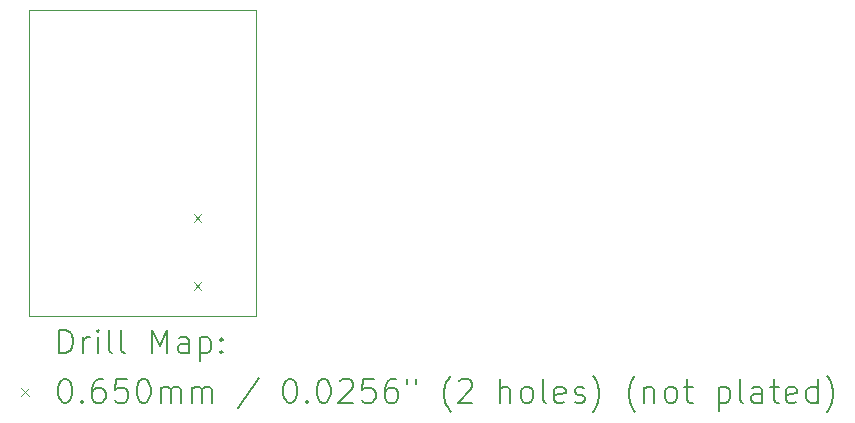
<source format=gbr>
%TF.GenerationSoftware,KiCad,Pcbnew,7.0.10*%
%TF.CreationDate,2024-03-03T23:10:43-08:00*%
%TF.ProjectId,Tracker_Band_V1,54726163-6b65-4725-9f42-616e645f5631,1*%
%TF.SameCoordinates,Original*%
%TF.FileFunction,Drillmap*%
%TF.FilePolarity,Positive*%
%FSLAX45Y45*%
G04 Gerber Fmt 4.5, Leading zero omitted, Abs format (unit mm)*
G04 Created by KiCad (PCBNEW 7.0.10) date 2024-03-03 23:10:43*
%MOMM*%
%LPD*%
G01*
G04 APERTURE LIST*
%ADD10C,0.100000*%
%ADD11C,0.200000*%
G04 APERTURE END LIST*
D10*
X12207200Y-7559200D02*
X14127400Y-7559200D01*
X14127400Y-10146400D01*
X12207200Y-10146400D01*
X12207200Y-7559200D01*
D11*
D10*
X13600500Y-9283500D02*
X13665500Y-9348500D01*
X13665500Y-9283500D02*
X13600500Y-9348500D01*
X13600500Y-9861500D02*
X13665500Y-9926500D01*
X13665500Y-9861500D02*
X13600500Y-9926500D01*
D11*
X12462977Y-10462884D02*
X12462977Y-10262884D01*
X12462977Y-10262884D02*
X12510596Y-10262884D01*
X12510596Y-10262884D02*
X12539167Y-10272408D01*
X12539167Y-10272408D02*
X12558215Y-10291455D01*
X12558215Y-10291455D02*
X12567739Y-10310503D01*
X12567739Y-10310503D02*
X12577262Y-10348598D01*
X12577262Y-10348598D02*
X12577262Y-10377170D01*
X12577262Y-10377170D02*
X12567739Y-10415265D01*
X12567739Y-10415265D02*
X12558215Y-10434312D01*
X12558215Y-10434312D02*
X12539167Y-10453360D01*
X12539167Y-10453360D02*
X12510596Y-10462884D01*
X12510596Y-10462884D02*
X12462977Y-10462884D01*
X12662977Y-10462884D02*
X12662977Y-10329550D01*
X12662977Y-10367646D02*
X12672501Y-10348598D01*
X12672501Y-10348598D02*
X12682024Y-10339074D01*
X12682024Y-10339074D02*
X12701072Y-10329550D01*
X12701072Y-10329550D02*
X12720120Y-10329550D01*
X12786786Y-10462884D02*
X12786786Y-10329550D01*
X12786786Y-10262884D02*
X12777262Y-10272408D01*
X12777262Y-10272408D02*
X12786786Y-10281931D01*
X12786786Y-10281931D02*
X12796310Y-10272408D01*
X12796310Y-10272408D02*
X12786786Y-10262884D01*
X12786786Y-10262884D02*
X12786786Y-10281931D01*
X12910596Y-10462884D02*
X12891548Y-10453360D01*
X12891548Y-10453360D02*
X12882024Y-10434312D01*
X12882024Y-10434312D02*
X12882024Y-10262884D01*
X13015358Y-10462884D02*
X12996310Y-10453360D01*
X12996310Y-10453360D02*
X12986786Y-10434312D01*
X12986786Y-10434312D02*
X12986786Y-10262884D01*
X13243929Y-10462884D02*
X13243929Y-10262884D01*
X13243929Y-10262884D02*
X13310596Y-10405741D01*
X13310596Y-10405741D02*
X13377262Y-10262884D01*
X13377262Y-10262884D02*
X13377262Y-10462884D01*
X13558215Y-10462884D02*
X13558215Y-10358122D01*
X13558215Y-10358122D02*
X13548691Y-10339074D01*
X13548691Y-10339074D02*
X13529643Y-10329550D01*
X13529643Y-10329550D02*
X13491548Y-10329550D01*
X13491548Y-10329550D02*
X13472501Y-10339074D01*
X13558215Y-10453360D02*
X13539167Y-10462884D01*
X13539167Y-10462884D02*
X13491548Y-10462884D01*
X13491548Y-10462884D02*
X13472501Y-10453360D01*
X13472501Y-10453360D02*
X13462977Y-10434312D01*
X13462977Y-10434312D02*
X13462977Y-10415265D01*
X13462977Y-10415265D02*
X13472501Y-10396217D01*
X13472501Y-10396217D02*
X13491548Y-10386693D01*
X13491548Y-10386693D02*
X13539167Y-10386693D01*
X13539167Y-10386693D02*
X13558215Y-10377170D01*
X13653453Y-10329550D02*
X13653453Y-10529550D01*
X13653453Y-10339074D02*
X13672501Y-10329550D01*
X13672501Y-10329550D02*
X13710596Y-10329550D01*
X13710596Y-10329550D02*
X13729643Y-10339074D01*
X13729643Y-10339074D02*
X13739167Y-10348598D01*
X13739167Y-10348598D02*
X13748691Y-10367646D01*
X13748691Y-10367646D02*
X13748691Y-10424789D01*
X13748691Y-10424789D02*
X13739167Y-10443836D01*
X13739167Y-10443836D02*
X13729643Y-10453360D01*
X13729643Y-10453360D02*
X13710596Y-10462884D01*
X13710596Y-10462884D02*
X13672501Y-10462884D01*
X13672501Y-10462884D02*
X13653453Y-10453360D01*
X13834405Y-10443836D02*
X13843929Y-10453360D01*
X13843929Y-10453360D02*
X13834405Y-10462884D01*
X13834405Y-10462884D02*
X13824882Y-10453360D01*
X13824882Y-10453360D02*
X13834405Y-10443836D01*
X13834405Y-10443836D02*
X13834405Y-10462884D01*
X13834405Y-10339074D02*
X13843929Y-10348598D01*
X13843929Y-10348598D02*
X13834405Y-10358122D01*
X13834405Y-10358122D02*
X13824882Y-10348598D01*
X13824882Y-10348598D02*
X13834405Y-10339074D01*
X13834405Y-10339074D02*
X13834405Y-10358122D01*
D10*
X12137200Y-10758900D02*
X12202200Y-10823900D01*
X12202200Y-10758900D02*
X12137200Y-10823900D01*
D11*
X12501072Y-10682884D02*
X12520120Y-10682884D01*
X12520120Y-10682884D02*
X12539167Y-10692408D01*
X12539167Y-10692408D02*
X12548691Y-10701931D01*
X12548691Y-10701931D02*
X12558215Y-10720979D01*
X12558215Y-10720979D02*
X12567739Y-10759074D01*
X12567739Y-10759074D02*
X12567739Y-10806693D01*
X12567739Y-10806693D02*
X12558215Y-10844789D01*
X12558215Y-10844789D02*
X12548691Y-10863836D01*
X12548691Y-10863836D02*
X12539167Y-10873360D01*
X12539167Y-10873360D02*
X12520120Y-10882884D01*
X12520120Y-10882884D02*
X12501072Y-10882884D01*
X12501072Y-10882884D02*
X12482024Y-10873360D01*
X12482024Y-10873360D02*
X12472501Y-10863836D01*
X12472501Y-10863836D02*
X12462977Y-10844789D01*
X12462977Y-10844789D02*
X12453453Y-10806693D01*
X12453453Y-10806693D02*
X12453453Y-10759074D01*
X12453453Y-10759074D02*
X12462977Y-10720979D01*
X12462977Y-10720979D02*
X12472501Y-10701931D01*
X12472501Y-10701931D02*
X12482024Y-10692408D01*
X12482024Y-10692408D02*
X12501072Y-10682884D01*
X12653453Y-10863836D02*
X12662977Y-10873360D01*
X12662977Y-10873360D02*
X12653453Y-10882884D01*
X12653453Y-10882884D02*
X12643929Y-10873360D01*
X12643929Y-10873360D02*
X12653453Y-10863836D01*
X12653453Y-10863836D02*
X12653453Y-10882884D01*
X12834405Y-10682884D02*
X12796310Y-10682884D01*
X12796310Y-10682884D02*
X12777262Y-10692408D01*
X12777262Y-10692408D02*
X12767739Y-10701931D01*
X12767739Y-10701931D02*
X12748691Y-10730503D01*
X12748691Y-10730503D02*
X12739167Y-10768598D01*
X12739167Y-10768598D02*
X12739167Y-10844789D01*
X12739167Y-10844789D02*
X12748691Y-10863836D01*
X12748691Y-10863836D02*
X12758215Y-10873360D01*
X12758215Y-10873360D02*
X12777262Y-10882884D01*
X12777262Y-10882884D02*
X12815358Y-10882884D01*
X12815358Y-10882884D02*
X12834405Y-10873360D01*
X12834405Y-10873360D02*
X12843929Y-10863836D01*
X12843929Y-10863836D02*
X12853453Y-10844789D01*
X12853453Y-10844789D02*
X12853453Y-10797170D01*
X12853453Y-10797170D02*
X12843929Y-10778122D01*
X12843929Y-10778122D02*
X12834405Y-10768598D01*
X12834405Y-10768598D02*
X12815358Y-10759074D01*
X12815358Y-10759074D02*
X12777262Y-10759074D01*
X12777262Y-10759074D02*
X12758215Y-10768598D01*
X12758215Y-10768598D02*
X12748691Y-10778122D01*
X12748691Y-10778122D02*
X12739167Y-10797170D01*
X13034405Y-10682884D02*
X12939167Y-10682884D01*
X12939167Y-10682884D02*
X12929643Y-10778122D01*
X12929643Y-10778122D02*
X12939167Y-10768598D01*
X12939167Y-10768598D02*
X12958215Y-10759074D01*
X12958215Y-10759074D02*
X13005834Y-10759074D01*
X13005834Y-10759074D02*
X13024882Y-10768598D01*
X13024882Y-10768598D02*
X13034405Y-10778122D01*
X13034405Y-10778122D02*
X13043929Y-10797170D01*
X13043929Y-10797170D02*
X13043929Y-10844789D01*
X13043929Y-10844789D02*
X13034405Y-10863836D01*
X13034405Y-10863836D02*
X13024882Y-10873360D01*
X13024882Y-10873360D02*
X13005834Y-10882884D01*
X13005834Y-10882884D02*
X12958215Y-10882884D01*
X12958215Y-10882884D02*
X12939167Y-10873360D01*
X12939167Y-10873360D02*
X12929643Y-10863836D01*
X13167739Y-10682884D02*
X13186786Y-10682884D01*
X13186786Y-10682884D02*
X13205834Y-10692408D01*
X13205834Y-10692408D02*
X13215358Y-10701931D01*
X13215358Y-10701931D02*
X13224882Y-10720979D01*
X13224882Y-10720979D02*
X13234405Y-10759074D01*
X13234405Y-10759074D02*
X13234405Y-10806693D01*
X13234405Y-10806693D02*
X13224882Y-10844789D01*
X13224882Y-10844789D02*
X13215358Y-10863836D01*
X13215358Y-10863836D02*
X13205834Y-10873360D01*
X13205834Y-10873360D02*
X13186786Y-10882884D01*
X13186786Y-10882884D02*
X13167739Y-10882884D01*
X13167739Y-10882884D02*
X13148691Y-10873360D01*
X13148691Y-10873360D02*
X13139167Y-10863836D01*
X13139167Y-10863836D02*
X13129643Y-10844789D01*
X13129643Y-10844789D02*
X13120120Y-10806693D01*
X13120120Y-10806693D02*
X13120120Y-10759074D01*
X13120120Y-10759074D02*
X13129643Y-10720979D01*
X13129643Y-10720979D02*
X13139167Y-10701931D01*
X13139167Y-10701931D02*
X13148691Y-10692408D01*
X13148691Y-10692408D02*
X13167739Y-10682884D01*
X13320120Y-10882884D02*
X13320120Y-10749550D01*
X13320120Y-10768598D02*
X13329643Y-10759074D01*
X13329643Y-10759074D02*
X13348691Y-10749550D01*
X13348691Y-10749550D02*
X13377263Y-10749550D01*
X13377263Y-10749550D02*
X13396310Y-10759074D01*
X13396310Y-10759074D02*
X13405834Y-10778122D01*
X13405834Y-10778122D02*
X13405834Y-10882884D01*
X13405834Y-10778122D02*
X13415358Y-10759074D01*
X13415358Y-10759074D02*
X13434405Y-10749550D01*
X13434405Y-10749550D02*
X13462977Y-10749550D01*
X13462977Y-10749550D02*
X13482024Y-10759074D01*
X13482024Y-10759074D02*
X13491548Y-10778122D01*
X13491548Y-10778122D02*
X13491548Y-10882884D01*
X13586786Y-10882884D02*
X13586786Y-10749550D01*
X13586786Y-10768598D02*
X13596310Y-10759074D01*
X13596310Y-10759074D02*
X13615358Y-10749550D01*
X13615358Y-10749550D02*
X13643929Y-10749550D01*
X13643929Y-10749550D02*
X13662977Y-10759074D01*
X13662977Y-10759074D02*
X13672501Y-10778122D01*
X13672501Y-10778122D02*
X13672501Y-10882884D01*
X13672501Y-10778122D02*
X13682024Y-10759074D01*
X13682024Y-10759074D02*
X13701072Y-10749550D01*
X13701072Y-10749550D02*
X13729643Y-10749550D01*
X13729643Y-10749550D02*
X13748691Y-10759074D01*
X13748691Y-10759074D02*
X13758215Y-10778122D01*
X13758215Y-10778122D02*
X13758215Y-10882884D01*
X14148691Y-10673360D02*
X13977263Y-10930503D01*
X14405834Y-10682884D02*
X14424882Y-10682884D01*
X14424882Y-10682884D02*
X14443929Y-10692408D01*
X14443929Y-10692408D02*
X14453453Y-10701931D01*
X14453453Y-10701931D02*
X14462977Y-10720979D01*
X14462977Y-10720979D02*
X14472501Y-10759074D01*
X14472501Y-10759074D02*
X14472501Y-10806693D01*
X14472501Y-10806693D02*
X14462977Y-10844789D01*
X14462977Y-10844789D02*
X14453453Y-10863836D01*
X14453453Y-10863836D02*
X14443929Y-10873360D01*
X14443929Y-10873360D02*
X14424882Y-10882884D01*
X14424882Y-10882884D02*
X14405834Y-10882884D01*
X14405834Y-10882884D02*
X14386786Y-10873360D01*
X14386786Y-10873360D02*
X14377263Y-10863836D01*
X14377263Y-10863836D02*
X14367739Y-10844789D01*
X14367739Y-10844789D02*
X14358215Y-10806693D01*
X14358215Y-10806693D02*
X14358215Y-10759074D01*
X14358215Y-10759074D02*
X14367739Y-10720979D01*
X14367739Y-10720979D02*
X14377263Y-10701931D01*
X14377263Y-10701931D02*
X14386786Y-10692408D01*
X14386786Y-10692408D02*
X14405834Y-10682884D01*
X14558215Y-10863836D02*
X14567739Y-10873360D01*
X14567739Y-10873360D02*
X14558215Y-10882884D01*
X14558215Y-10882884D02*
X14548691Y-10873360D01*
X14548691Y-10873360D02*
X14558215Y-10863836D01*
X14558215Y-10863836D02*
X14558215Y-10882884D01*
X14691548Y-10682884D02*
X14710596Y-10682884D01*
X14710596Y-10682884D02*
X14729644Y-10692408D01*
X14729644Y-10692408D02*
X14739167Y-10701931D01*
X14739167Y-10701931D02*
X14748691Y-10720979D01*
X14748691Y-10720979D02*
X14758215Y-10759074D01*
X14758215Y-10759074D02*
X14758215Y-10806693D01*
X14758215Y-10806693D02*
X14748691Y-10844789D01*
X14748691Y-10844789D02*
X14739167Y-10863836D01*
X14739167Y-10863836D02*
X14729644Y-10873360D01*
X14729644Y-10873360D02*
X14710596Y-10882884D01*
X14710596Y-10882884D02*
X14691548Y-10882884D01*
X14691548Y-10882884D02*
X14672501Y-10873360D01*
X14672501Y-10873360D02*
X14662977Y-10863836D01*
X14662977Y-10863836D02*
X14653453Y-10844789D01*
X14653453Y-10844789D02*
X14643929Y-10806693D01*
X14643929Y-10806693D02*
X14643929Y-10759074D01*
X14643929Y-10759074D02*
X14653453Y-10720979D01*
X14653453Y-10720979D02*
X14662977Y-10701931D01*
X14662977Y-10701931D02*
X14672501Y-10692408D01*
X14672501Y-10692408D02*
X14691548Y-10682884D01*
X14834406Y-10701931D02*
X14843929Y-10692408D01*
X14843929Y-10692408D02*
X14862977Y-10682884D01*
X14862977Y-10682884D02*
X14910596Y-10682884D01*
X14910596Y-10682884D02*
X14929644Y-10692408D01*
X14929644Y-10692408D02*
X14939167Y-10701931D01*
X14939167Y-10701931D02*
X14948691Y-10720979D01*
X14948691Y-10720979D02*
X14948691Y-10740027D01*
X14948691Y-10740027D02*
X14939167Y-10768598D01*
X14939167Y-10768598D02*
X14824882Y-10882884D01*
X14824882Y-10882884D02*
X14948691Y-10882884D01*
X15129644Y-10682884D02*
X15034406Y-10682884D01*
X15034406Y-10682884D02*
X15024882Y-10778122D01*
X15024882Y-10778122D02*
X15034406Y-10768598D01*
X15034406Y-10768598D02*
X15053453Y-10759074D01*
X15053453Y-10759074D02*
X15101072Y-10759074D01*
X15101072Y-10759074D02*
X15120120Y-10768598D01*
X15120120Y-10768598D02*
X15129644Y-10778122D01*
X15129644Y-10778122D02*
X15139167Y-10797170D01*
X15139167Y-10797170D02*
X15139167Y-10844789D01*
X15139167Y-10844789D02*
X15129644Y-10863836D01*
X15129644Y-10863836D02*
X15120120Y-10873360D01*
X15120120Y-10873360D02*
X15101072Y-10882884D01*
X15101072Y-10882884D02*
X15053453Y-10882884D01*
X15053453Y-10882884D02*
X15034406Y-10873360D01*
X15034406Y-10873360D02*
X15024882Y-10863836D01*
X15310596Y-10682884D02*
X15272501Y-10682884D01*
X15272501Y-10682884D02*
X15253453Y-10692408D01*
X15253453Y-10692408D02*
X15243929Y-10701931D01*
X15243929Y-10701931D02*
X15224882Y-10730503D01*
X15224882Y-10730503D02*
X15215358Y-10768598D01*
X15215358Y-10768598D02*
X15215358Y-10844789D01*
X15215358Y-10844789D02*
X15224882Y-10863836D01*
X15224882Y-10863836D02*
X15234406Y-10873360D01*
X15234406Y-10873360D02*
X15253453Y-10882884D01*
X15253453Y-10882884D02*
X15291548Y-10882884D01*
X15291548Y-10882884D02*
X15310596Y-10873360D01*
X15310596Y-10873360D02*
X15320120Y-10863836D01*
X15320120Y-10863836D02*
X15329644Y-10844789D01*
X15329644Y-10844789D02*
X15329644Y-10797170D01*
X15329644Y-10797170D02*
X15320120Y-10778122D01*
X15320120Y-10778122D02*
X15310596Y-10768598D01*
X15310596Y-10768598D02*
X15291548Y-10759074D01*
X15291548Y-10759074D02*
X15253453Y-10759074D01*
X15253453Y-10759074D02*
X15234406Y-10768598D01*
X15234406Y-10768598D02*
X15224882Y-10778122D01*
X15224882Y-10778122D02*
X15215358Y-10797170D01*
X15405834Y-10682884D02*
X15405834Y-10720979D01*
X15482025Y-10682884D02*
X15482025Y-10720979D01*
X15777263Y-10959074D02*
X15767739Y-10949550D01*
X15767739Y-10949550D02*
X15748691Y-10920979D01*
X15748691Y-10920979D02*
X15739168Y-10901931D01*
X15739168Y-10901931D02*
X15729644Y-10873360D01*
X15729644Y-10873360D02*
X15720120Y-10825741D01*
X15720120Y-10825741D02*
X15720120Y-10787646D01*
X15720120Y-10787646D02*
X15729644Y-10740027D01*
X15729644Y-10740027D02*
X15739168Y-10711455D01*
X15739168Y-10711455D02*
X15748691Y-10692408D01*
X15748691Y-10692408D02*
X15767739Y-10663836D01*
X15767739Y-10663836D02*
X15777263Y-10654312D01*
X15843929Y-10701931D02*
X15853453Y-10692408D01*
X15853453Y-10692408D02*
X15872501Y-10682884D01*
X15872501Y-10682884D02*
X15920120Y-10682884D01*
X15920120Y-10682884D02*
X15939168Y-10692408D01*
X15939168Y-10692408D02*
X15948691Y-10701931D01*
X15948691Y-10701931D02*
X15958215Y-10720979D01*
X15958215Y-10720979D02*
X15958215Y-10740027D01*
X15958215Y-10740027D02*
X15948691Y-10768598D01*
X15948691Y-10768598D02*
X15834406Y-10882884D01*
X15834406Y-10882884D02*
X15958215Y-10882884D01*
X16196310Y-10882884D02*
X16196310Y-10682884D01*
X16282025Y-10882884D02*
X16282025Y-10778122D01*
X16282025Y-10778122D02*
X16272501Y-10759074D01*
X16272501Y-10759074D02*
X16253453Y-10749550D01*
X16253453Y-10749550D02*
X16224882Y-10749550D01*
X16224882Y-10749550D02*
X16205834Y-10759074D01*
X16205834Y-10759074D02*
X16196310Y-10768598D01*
X16405834Y-10882884D02*
X16386787Y-10873360D01*
X16386787Y-10873360D02*
X16377263Y-10863836D01*
X16377263Y-10863836D02*
X16367739Y-10844789D01*
X16367739Y-10844789D02*
X16367739Y-10787646D01*
X16367739Y-10787646D02*
X16377263Y-10768598D01*
X16377263Y-10768598D02*
X16386787Y-10759074D01*
X16386787Y-10759074D02*
X16405834Y-10749550D01*
X16405834Y-10749550D02*
X16434406Y-10749550D01*
X16434406Y-10749550D02*
X16453453Y-10759074D01*
X16453453Y-10759074D02*
X16462977Y-10768598D01*
X16462977Y-10768598D02*
X16472501Y-10787646D01*
X16472501Y-10787646D02*
X16472501Y-10844789D01*
X16472501Y-10844789D02*
X16462977Y-10863836D01*
X16462977Y-10863836D02*
X16453453Y-10873360D01*
X16453453Y-10873360D02*
X16434406Y-10882884D01*
X16434406Y-10882884D02*
X16405834Y-10882884D01*
X16586787Y-10882884D02*
X16567739Y-10873360D01*
X16567739Y-10873360D02*
X16558215Y-10854312D01*
X16558215Y-10854312D02*
X16558215Y-10682884D01*
X16739168Y-10873360D02*
X16720120Y-10882884D01*
X16720120Y-10882884D02*
X16682025Y-10882884D01*
X16682025Y-10882884D02*
X16662977Y-10873360D01*
X16662977Y-10873360D02*
X16653453Y-10854312D01*
X16653453Y-10854312D02*
X16653453Y-10778122D01*
X16653453Y-10778122D02*
X16662977Y-10759074D01*
X16662977Y-10759074D02*
X16682025Y-10749550D01*
X16682025Y-10749550D02*
X16720120Y-10749550D01*
X16720120Y-10749550D02*
X16739168Y-10759074D01*
X16739168Y-10759074D02*
X16748691Y-10778122D01*
X16748691Y-10778122D02*
X16748691Y-10797170D01*
X16748691Y-10797170D02*
X16653453Y-10816217D01*
X16824882Y-10873360D02*
X16843930Y-10882884D01*
X16843930Y-10882884D02*
X16882025Y-10882884D01*
X16882025Y-10882884D02*
X16901073Y-10873360D01*
X16901073Y-10873360D02*
X16910596Y-10854312D01*
X16910596Y-10854312D02*
X16910596Y-10844789D01*
X16910596Y-10844789D02*
X16901073Y-10825741D01*
X16901073Y-10825741D02*
X16882025Y-10816217D01*
X16882025Y-10816217D02*
X16853453Y-10816217D01*
X16853453Y-10816217D02*
X16834406Y-10806693D01*
X16834406Y-10806693D02*
X16824882Y-10787646D01*
X16824882Y-10787646D02*
X16824882Y-10778122D01*
X16824882Y-10778122D02*
X16834406Y-10759074D01*
X16834406Y-10759074D02*
X16853453Y-10749550D01*
X16853453Y-10749550D02*
X16882025Y-10749550D01*
X16882025Y-10749550D02*
X16901073Y-10759074D01*
X16977263Y-10959074D02*
X16986787Y-10949550D01*
X16986787Y-10949550D02*
X17005834Y-10920979D01*
X17005834Y-10920979D02*
X17015358Y-10901931D01*
X17015358Y-10901931D02*
X17024882Y-10873360D01*
X17024882Y-10873360D02*
X17034406Y-10825741D01*
X17034406Y-10825741D02*
X17034406Y-10787646D01*
X17034406Y-10787646D02*
X17024882Y-10740027D01*
X17024882Y-10740027D02*
X17015358Y-10711455D01*
X17015358Y-10711455D02*
X17005834Y-10692408D01*
X17005834Y-10692408D02*
X16986787Y-10663836D01*
X16986787Y-10663836D02*
X16977263Y-10654312D01*
X17339168Y-10959074D02*
X17329644Y-10949550D01*
X17329644Y-10949550D02*
X17310596Y-10920979D01*
X17310596Y-10920979D02*
X17301073Y-10901931D01*
X17301073Y-10901931D02*
X17291549Y-10873360D01*
X17291549Y-10873360D02*
X17282025Y-10825741D01*
X17282025Y-10825741D02*
X17282025Y-10787646D01*
X17282025Y-10787646D02*
X17291549Y-10740027D01*
X17291549Y-10740027D02*
X17301073Y-10711455D01*
X17301073Y-10711455D02*
X17310596Y-10692408D01*
X17310596Y-10692408D02*
X17329644Y-10663836D01*
X17329644Y-10663836D02*
X17339168Y-10654312D01*
X17415358Y-10749550D02*
X17415358Y-10882884D01*
X17415358Y-10768598D02*
X17424882Y-10759074D01*
X17424882Y-10759074D02*
X17443930Y-10749550D01*
X17443930Y-10749550D02*
X17472501Y-10749550D01*
X17472501Y-10749550D02*
X17491549Y-10759074D01*
X17491549Y-10759074D02*
X17501073Y-10778122D01*
X17501073Y-10778122D02*
X17501073Y-10882884D01*
X17624882Y-10882884D02*
X17605834Y-10873360D01*
X17605834Y-10873360D02*
X17596311Y-10863836D01*
X17596311Y-10863836D02*
X17586787Y-10844789D01*
X17586787Y-10844789D02*
X17586787Y-10787646D01*
X17586787Y-10787646D02*
X17596311Y-10768598D01*
X17596311Y-10768598D02*
X17605834Y-10759074D01*
X17605834Y-10759074D02*
X17624882Y-10749550D01*
X17624882Y-10749550D02*
X17653454Y-10749550D01*
X17653454Y-10749550D02*
X17672501Y-10759074D01*
X17672501Y-10759074D02*
X17682025Y-10768598D01*
X17682025Y-10768598D02*
X17691549Y-10787646D01*
X17691549Y-10787646D02*
X17691549Y-10844789D01*
X17691549Y-10844789D02*
X17682025Y-10863836D01*
X17682025Y-10863836D02*
X17672501Y-10873360D01*
X17672501Y-10873360D02*
X17653454Y-10882884D01*
X17653454Y-10882884D02*
X17624882Y-10882884D01*
X17748692Y-10749550D02*
X17824882Y-10749550D01*
X17777263Y-10682884D02*
X17777263Y-10854312D01*
X17777263Y-10854312D02*
X17786787Y-10873360D01*
X17786787Y-10873360D02*
X17805834Y-10882884D01*
X17805834Y-10882884D02*
X17824882Y-10882884D01*
X18043930Y-10749550D02*
X18043930Y-10949550D01*
X18043930Y-10759074D02*
X18062977Y-10749550D01*
X18062977Y-10749550D02*
X18101073Y-10749550D01*
X18101073Y-10749550D02*
X18120120Y-10759074D01*
X18120120Y-10759074D02*
X18129644Y-10768598D01*
X18129644Y-10768598D02*
X18139168Y-10787646D01*
X18139168Y-10787646D02*
X18139168Y-10844789D01*
X18139168Y-10844789D02*
X18129644Y-10863836D01*
X18129644Y-10863836D02*
X18120120Y-10873360D01*
X18120120Y-10873360D02*
X18101073Y-10882884D01*
X18101073Y-10882884D02*
X18062977Y-10882884D01*
X18062977Y-10882884D02*
X18043930Y-10873360D01*
X18253454Y-10882884D02*
X18234406Y-10873360D01*
X18234406Y-10873360D02*
X18224882Y-10854312D01*
X18224882Y-10854312D02*
X18224882Y-10682884D01*
X18415358Y-10882884D02*
X18415358Y-10778122D01*
X18415358Y-10778122D02*
X18405835Y-10759074D01*
X18405835Y-10759074D02*
X18386787Y-10749550D01*
X18386787Y-10749550D02*
X18348692Y-10749550D01*
X18348692Y-10749550D02*
X18329644Y-10759074D01*
X18415358Y-10873360D02*
X18396311Y-10882884D01*
X18396311Y-10882884D02*
X18348692Y-10882884D01*
X18348692Y-10882884D02*
X18329644Y-10873360D01*
X18329644Y-10873360D02*
X18320120Y-10854312D01*
X18320120Y-10854312D02*
X18320120Y-10835265D01*
X18320120Y-10835265D02*
X18329644Y-10816217D01*
X18329644Y-10816217D02*
X18348692Y-10806693D01*
X18348692Y-10806693D02*
X18396311Y-10806693D01*
X18396311Y-10806693D02*
X18415358Y-10797170D01*
X18482025Y-10749550D02*
X18558215Y-10749550D01*
X18510596Y-10682884D02*
X18510596Y-10854312D01*
X18510596Y-10854312D02*
X18520120Y-10873360D01*
X18520120Y-10873360D02*
X18539168Y-10882884D01*
X18539168Y-10882884D02*
X18558215Y-10882884D01*
X18701073Y-10873360D02*
X18682025Y-10882884D01*
X18682025Y-10882884D02*
X18643930Y-10882884D01*
X18643930Y-10882884D02*
X18624882Y-10873360D01*
X18624882Y-10873360D02*
X18615358Y-10854312D01*
X18615358Y-10854312D02*
X18615358Y-10778122D01*
X18615358Y-10778122D02*
X18624882Y-10759074D01*
X18624882Y-10759074D02*
X18643930Y-10749550D01*
X18643930Y-10749550D02*
X18682025Y-10749550D01*
X18682025Y-10749550D02*
X18701073Y-10759074D01*
X18701073Y-10759074D02*
X18710596Y-10778122D01*
X18710596Y-10778122D02*
X18710596Y-10797170D01*
X18710596Y-10797170D02*
X18615358Y-10816217D01*
X18882025Y-10882884D02*
X18882025Y-10682884D01*
X18882025Y-10873360D02*
X18862977Y-10882884D01*
X18862977Y-10882884D02*
X18824882Y-10882884D01*
X18824882Y-10882884D02*
X18805835Y-10873360D01*
X18805835Y-10873360D02*
X18796311Y-10863836D01*
X18796311Y-10863836D02*
X18786787Y-10844789D01*
X18786787Y-10844789D02*
X18786787Y-10787646D01*
X18786787Y-10787646D02*
X18796311Y-10768598D01*
X18796311Y-10768598D02*
X18805835Y-10759074D01*
X18805835Y-10759074D02*
X18824882Y-10749550D01*
X18824882Y-10749550D02*
X18862977Y-10749550D01*
X18862977Y-10749550D02*
X18882025Y-10759074D01*
X18958216Y-10959074D02*
X18967739Y-10949550D01*
X18967739Y-10949550D02*
X18986787Y-10920979D01*
X18986787Y-10920979D02*
X18996311Y-10901931D01*
X18996311Y-10901931D02*
X19005835Y-10873360D01*
X19005835Y-10873360D02*
X19015358Y-10825741D01*
X19015358Y-10825741D02*
X19015358Y-10787646D01*
X19015358Y-10787646D02*
X19005835Y-10740027D01*
X19005835Y-10740027D02*
X18996311Y-10711455D01*
X18996311Y-10711455D02*
X18986787Y-10692408D01*
X18986787Y-10692408D02*
X18967739Y-10663836D01*
X18967739Y-10663836D02*
X18958216Y-10654312D01*
M02*

</source>
